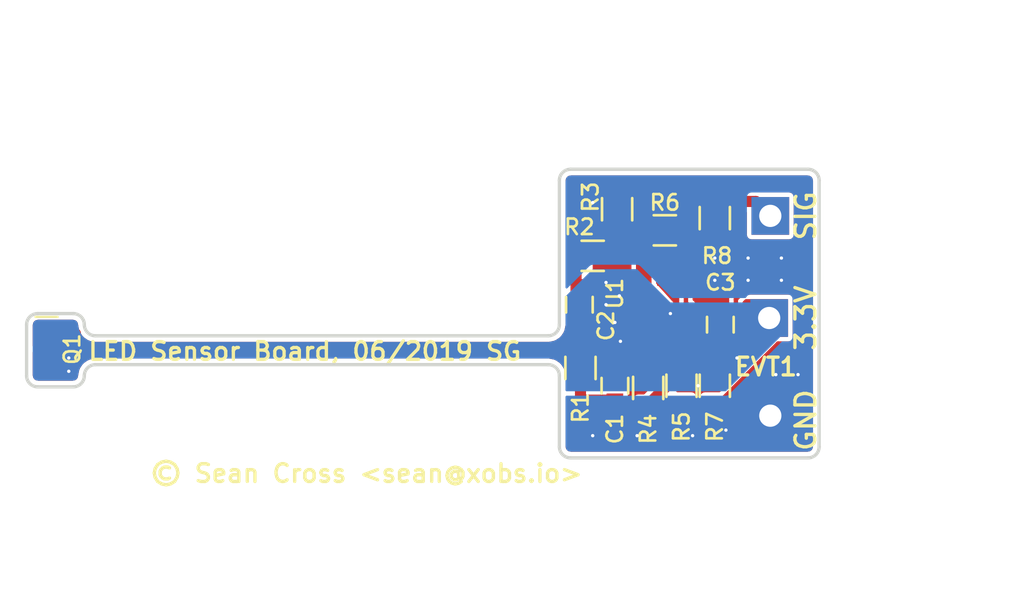
<source format=kicad_pcb>
(kicad_pcb (version 20171130) (host pcbnew "(5.0.1)-3")

  (general
    (thickness 0.1)
    (drawings 28)
    (tracks 107)
    (zones 0)
    (modules 16)
    (nets 8)
  )

  (page A4)
  (layers
    (0 F.Cu signal)
    (31 B.Cu signal)
    (32 B.Adhes user)
    (33 F.Adhes user)
    (34 B.Paste user)
    (35 F.Paste user)
    (36 B.SilkS user)
    (37 F.SilkS user)
    (38 B.Mask user)
    (39 F.Mask user)
    (40 Dwgs.User user)
    (41 Cmts.User user)
    (42 Eco1.User user)
    (43 Eco2.User user)
    (44 Edge.Cuts user)
    (45 Margin user)
    (46 B.CrtYd user)
    (47 F.CrtYd user)
    (48 B.Fab user)
    (49 F.Fab user)
  )

  (setup
    (last_trace_width 0.5)
    (user_trace_width 0.2)
    (user_trace_width 0.3)
    (user_trace_width 0.5)
    (user_trace_width 0.8)
    (user_trace_width 1)
    (trace_clearance 0.2)
    (zone_clearance 0.2)
    (zone_45_only yes)
    (trace_min 0.2)
    (segment_width 0.2)
    (edge_width 0.15)
    (via_size 0.8)
    (via_drill 0.4)
    (via_min_size 0.4)
    (via_min_drill 0.3)
    (uvia_size 0.3)
    (uvia_drill 0.1)
    (uvias_allowed no)
    (uvia_min_size 0.2)
    (uvia_min_drill 0.1)
    (pcb_text_width 0.3)
    (pcb_text_size 1.5 1.5)
    (mod_edge_width 0.15)
    (mod_text_size 0.7 0.7)
    (mod_text_width 0.12)
    (pad_size 1.524 1.524)
    (pad_drill 0.762)
    (pad_to_mask_clearance 0.051)
    (solder_mask_min_width 0.25)
    (aux_axis_origin 0 0)
    (visible_elements FFFFFF7F)
    (pcbplotparams
      (layerselection 0x010fc_ffffffff)
      (usegerberextensions false)
      (usegerberattributes false)
      (usegerberadvancedattributes false)
      (creategerberjobfile false)
      (excludeedgelayer true)
      (linewidth 0.100000)
      (plotframeref false)
      (viasonmask false)
      (mode 1)
      (useauxorigin false)
      (hpglpennumber 1)
      (hpglpenspeed 20)
      (hpglpendiameter 15.000000)
      (psnegative false)
      (psa4output false)
      (plotreference true)
      (plotvalue true)
      (plotinvisibletext false)
      (padsonsilk false)
      (subtractmaskfromsilk false)
      (outputformat 1)
      (mirror false)
      (drillshape 0)
      (scaleselection 1)
      (outputdirectory "fomu-test-jig-output-evt1a/"))
  )

  (net 0 "")
  (net 1 GND)
  (net 2 "Net-(C2-Pad1)")
  (net 3 "Net-(R4-Pad1)")
  (net 4 +3V3)
  (net 5 /LIGHT_RAW)
  (net 6 "Net-(J1-Pad1)")
  (net 7 /LIGHT_AMP)

  (net_class Default "This is the default net class."
    (clearance 0.2)
    (trace_width 0.25)
    (via_dia 0.8)
    (via_drill 0.4)
    (uvia_dia 0.3)
    (uvia_drill 0.1)
    (add_net +3V3)
    (add_net /LIGHT_AMP)
    (add_net /LIGHT_RAW)
    (add_net GND)
    (add_net "Net-(C2-Pad1)")
    (add_net "Net-(J1-Pad1)")
    (add_net "Net-(R4-Pad1)")
  )

  (module Pin_Headers:Pin_Header_Straight_1x01_Pitch2.54mm (layer F.Cu) (tedit 5CF5CBF5) (tstamp 5CF4E424)
    (at 138 96.6 90)
    (descr "Through hole straight pin header, 1x01, 2.54mm pitch, single row")
    (tags "Through hole pin header THT 1x01 2.54mm single row")
    (path /5CF539E5)
    (fp_text reference J1 (at -1.7 0 180) (layer F.SilkS) hide
      (effects (font (size 0.7 0.7) (thickness 0.12)))
    )
    (fp_text value LIGHT_PAD (at 0 6.5 180) (layer F.Fab)
      (effects (font (size 1 1) (thickness 0.15)))
    )
    (fp_text user %R (at 0 0 180) (layer F.Fab) hide
      (effects (font (size 1 1) (thickness 0.15)))
    )
    (fp_line (start 1.8 -1.8) (end -1.8 -1.8) (layer F.CrtYd) (width 0.05))
    (fp_line (start 1.8 1.8) (end 1.8 -1.8) (layer F.CrtYd) (width 0.05))
    (fp_line (start -1.8 1.8) (end 1.8 1.8) (layer F.CrtYd) (width 0.05))
    (fp_line (start -1.8 -1.8) (end -1.8 1.8) (layer F.CrtYd) (width 0.05))
    (fp_line (start -1.27 -0.635) (end -0.635 -1.27) (layer F.Fab) (width 0.1))
    (fp_line (start -1.27 1.27) (end -1.27 -0.635) (layer F.Fab) (width 0.1))
    (fp_line (start 1.27 1.27) (end -1.27 1.27) (layer F.Fab) (width 0.1))
    (fp_line (start 1.27 -1.27) (end 1.27 1.27) (layer F.Fab) (width 0.1))
    (fp_line (start -0.635 -1.27) (end 1.27 -1.27) (layer F.Fab) (width 0.1))
    (pad 1 thru_hole rect (at 0 0 90) (size 1.7 1.7) (drill 1) (layers *.Cu *.Mask)
      (net 6 "Net-(J1-Pad1)"))
  )

  (module Pin_Headers:Pin_Header_Straight_1x01_Pitch2.54mm (layer F.Cu) (tedit 5CF5CBF1) (tstamp 5CF4F29F)
    (at 138 105.6 90)
    (descr "Through hole straight pin header, 1x01, 2.54mm pitch, single row")
    (tags "Through hole pin header THT 1x01 2.54mm single row")
    (path /5CF63BBB)
    (fp_text reference J3 (at 0 -2.33 90) (layer F.SilkS) hide
      (effects (font (size 0.7 0.7) (thickness 0.12)))
    )
    (fp_text value GND (at -0.2 4.2 180) (layer F.Fab)
      (effects (font (size 1 1) (thickness 0.15)))
    )
    (fp_line (start -0.635 -1.27) (end 1.27 -1.27) (layer F.Fab) (width 0.1))
    (fp_line (start 1.27 -1.27) (end 1.27 1.27) (layer F.Fab) (width 0.1))
    (fp_line (start 1.27 1.27) (end -1.27 1.27) (layer F.Fab) (width 0.1))
    (fp_line (start -1.27 1.27) (end -1.27 -0.635) (layer F.Fab) (width 0.1))
    (fp_line (start -1.27 -0.635) (end -0.635 -1.27) (layer F.Fab) (width 0.1))
    (fp_line (start -1.8 -1.8) (end -1.8 1.8) (layer F.CrtYd) (width 0.05))
    (fp_line (start -1.8 1.8) (end 1.8 1.8) (layer F.CrtYd) (width 0.05))
    (fp_line (start 1.8 1.8) (end 1.8 -1.8) (layer F.CrtYd) (width 0.05))
    (fp_line (start 1.8 -1.8) (end -1.8 -1.8) (layer F.CrtYd) (width 0.05))
    (fp_text user %R (at 0 0 180) (layer F.Fab) hide
      (effects (font (size 1 1) (thickness 0.15)))
    )
    (pad 1 thru_hole rect (at 0 0 90) (size 1.7 1.7) (drill 1) (layers *.Cu *.Mask)
      (net 1 GND))
  )

  (module Pin_Headers:Pin_Header_Straight_1x01_Pitch2.54mm (layer F.Cu) (tedit 5CF5CBEC) (tstamp 5CF4F28A)
    (at 137.95 101.2 90)
    (descr "Through hole straight pin header, 1x01, 2.54mm pitch, single row")
    (tags "Through hole pin header THT 1x01 2.54mm single row")
    (path /5CF63CF6)
    (fp_text reference J2 (at 0 -2.33 90) (layer F.SilkS) hide
      (effects (font (size 0.7 0.7) (thickness 0.12)))
    )
    (fp_text value PWR (at -0.1 4.25 180) (layer F.Fab)
      (effects (font (size 1 1) (thickness 0.15)))
    )
    (fp_text user %R (at 0.1 7.15 180) (layer F.Fab) hide
      (effects (font (size 1 1) (thickness 0.15)))
    )
    (fp_line (start 1.8 -1.8) (end -1.8 -1.8) (layer F.CrtYd) (width 0.05))
    (fp_line (start 1.8 1.8) (end 1.8 -1.8) (layer F.CrtYd) (width 0.05))
    (fp_line (start -1.8 1.8) (end 1.8 1.8) (layer F.CrtYd) (width 0.05))
    (fp_line (start -1.8 -1.8) (end -1.8 1.8) (layer F.CrtYd) (width 0.05))
    (fp_line (start -1.27 -0.635) (end -0.635 -1.27) (layer F.Fab) (width 0.1))
    (fp_line (start -1.27 1.27) (end -1.27 -0.635) (layer F.Fab) (width 0.1))
    (fp_line (start 1.27 1.27) (end -1.27 1.27) (layer F.Fab) (width 0.1))
    (fp_line (start 1.27 -1.27) (end 1.27 1.27) (layer F.Fab) (width 0.1))
    (fp_line (start -0.635 -1.27) (end 1.27 -1.27) (layer F.Fab) (width 0.1))
    (pad 1 thru_hole rect (at 0 0 90) (size 1.7 1.7) (drill 1) (layers *.Cu *.Mask)
      (net 4 +3V3))
  )

  (module fomu-test-jig:FAN4174IS5X (layer F.Cu) (tedit 5CF4CC67) (tstamp 5CF4CD13)
    (at 133.25 99.25 180)
    (descr https://www.onsemi.com/pub/Collateral/FAN4274-D.PDF)
    (path /5CF502B3)
    (attr smd)
    (fp_text reference U1 (at 2.25 -0.85 90) (layer F.SilkS)
      (effects (font (size 0.7 0.7) (thickness 0.12)))
    )
    (fp_text value FAN4174IS5X (at -6.55 0.35 180) (layer F.Fab)
      (effects (font (size 1 1) (thickness 0.15)))
    )
    (fp_line (start -1.75 -3.5) (end 1.75 -3.5) (layer F.CrtYd) (width 0.05))
    (fp_line (start 1.75 -3.5) (end 1.75 1) (layer F.CrtYd) (width 0.05))
    (fp_line (start 1.75 1) (end -1.75 1) (layer F.CrtYd) (width 0.05))
    (fp_line (start -1.75 1) (end -1.75 -3.5) (layer F.CrtYd) (width 0.05))
    (pad 1 smd rect (at -0.95 0 180) (size 0.7 1) (layers F.Cu F.Paste F.Mask)
      (net 7 /LIGHT_AMP))
    (pad 2 smd rect (at 0 0 180) (size 0.7 1) (layers F.Cu F.Paste F.Mask)
      (net 1 GND))
    (pad 3 smd rect (at 0.95 0 180) (size 0.7 1) (layers F.Cu F.Paste F.Mask)
      (net 2 "Net-(C2-Pad1)"))
    (pad 4 smd rect (at 0.95 -2.6 180) (size 0.7 1) (layers F.Cu F.Paste F.Mask)
      (net 3 "Net-(R4-Pad1)"))
    (pad 5 smd rect (at -0.95 -2.6 180) (size 0.7 1) (layers F.Cu F.Paste F.Mask)
      (net 4 +3V3))
    (model ${KISYS3DMOD}/Package_TO_SOT_SMD.3dshapes/SOT-23-5.wrl
      (offset (xyz 0 1.3 0))
      (scale (xyz 1 1 1))
      (rotate (xyz 0 0 -90))
    )
  )

  (module Capacitors_SMD:C_0603 (layer F.Cu) (tedit 59958EE7) (tstamp 5CF4CDEE)
    (at 135.75 101.5 270)
    (descr "Capacitor SMD 0603, reflow soldering, AVX (see smccp.pdf)")
    (tags "capacitor 0603")
    (path /5CF51C70)
    (attr smd)
    (fp_text reference C3 (at -1.9 0) (layer F.SilkS)
      (effects (font (size 0.7 0.7) (thickness 0.12)))
    )
    (fp_text value "10uF, 10V, X5R" (at 1.7 -7.65) (layer F.Fab)
      (effects (font (size 1 1) (thickness 0.15)))
    )
    (fp_text user %R (at 0 0 270) (layer F.Fab)
      (effects (font (size 0.3 0.3) (thickness 0.075)))
    )
    (fp_line (start -0.8 0.4) (end -0.8 -0.4) (layer F.Fab) (width 0.1))
    (fp_line (start 0.8 0.4) (end -0.8 0.4) (layer F.Fab) (width 0.1))
    (fp_line (start 0.8 -0.4) (end 0.8 0.4) (layer F.Fab) (width 0.1))
    (fp_line (start -0.8 -0.4) (end 0.8 -0.4) (layer F.Fab) (width 0.1))
    (fp_line (start -0.35 -0.6) (end 0.35 -0.6) (layer F.SilkS) (width 0.12))
    (fp_line (start 0.35 0.6) (end -0.35 0.6) (layer F.SilkS) (width 0.12))
    (fp_line (start -1.4 -0.65) (end 1.4 -0.65) (layer F.CrtYd) (width 0.05))
    (fp_line (start -1.4 -0.65) (end -1.4 0.65) (layer F.CrtYd) (width 0.05))
    (fp_line (start 1.4 0.65) (end 1.4 -0.65) (layer F.CrtYd) (width 0.05))
    (fp_line (start 1.4 0.65) (end -1.4 0.65) (layer F.CrtYd) (width 0.05))
    (pad 1 smd rect (at -0.75 0 270) (size 0.8 0.75) (layers F.Cu F.Paste F.Mask)
      (net 1 GND))
    (pad 2 smd rect (at 0.75 0 270) (size 0.8 0.75) (layers F.Cu F.Paste F.Mask)
      (net 4 +3V3))
    (model Capacitors_SMD.3dshapes/C_0603.wrl
      (at (xyz 0 0 0))
      (scale (xyz 1 1 1))
      (rotate (xyz 0 0 0))
    )
  )

  (module Capacitors_SMD:C_0603 (layer F.Cu) (tedit 59958EE7) (tstamp 5CF4E9CA)
    (at 129.4 100.6 270)
    (descr "Capacitor SMD 0603, reflow soldering, AVX (see smccp.pdf)")
    (tags "capacitor 0603")
    (path /5CF4FE70)
    (attr smd)
    (fp_text reference C2 (at 0.95 -1.2 270) (layer F.SilkS)
      (effects (font (size 0.7 0.7) (thickness 0.12)))
    )
    (fp_text value "1uF, 16V, X7R" (at 0 6.8) (layer F.Fab)
      (effects (font (size 1 1) (thickness 0.15)))
    )
    (fp_line (start 1.4 0.65) (end -1.4 0.65) (layer F.CrtYd) (width 0.05))
    (fp_line (start 1.4 0.65) (end 1.4 -0.65) (layer F.CrtYd) (width 0.05))
    (fp_line (start -1.4 -0.65) (end -1.4 0.65) (layer F.CrtYd) (width 0.05))
    (fp_line (start -1.4 -0.65) (end 1.4 -0.65) (layer F.CrtYd) (width 0.05))
    (fp_line (start 0.35 0.6) (end -0.35 0.6) (layer F.SilkS) (width 0.12))
    (fp_line (start -0.35 -0.6) (end 0.35 -0.6) (layer F.SilkS) (width 0.12))
    (fp_line (start -0.8 -0.4) (end 0.8 -0.4) (layer F.Fab) (width 0.1))
    (fp_line (start 0.8 -0.4) (end 0.8 0.4) (layer F.Fab) (width 0.1))
    (fp_line (start 0.8 0.4) (end -0.8 0.4) (layer F.Fab) (width 0.1))
    (fp_line (start -0.8 0.4) (end -0.8 -0.4) (layer F.Fab) (width 0.1))
    (fp_text user %R (at 0 0 270) (layer F.Fab)
      (effects (font (size 0.3 0.3) (thickness 0.075)))
    )
    (pad 2 smd rect (at 0.75 0 270) (size 0.8 0.75) (layers F.Cu F.Paste F.Mask)
      (net 5 /LIGHT_RAW))
    (pad 1 smd rect (at -0.75 0 270) (size 0.8 0.75) (layers F.Cu F.Paste F.Mask)
      (net 2 "Net-(C2-Pad1)"))
    (model Capacitors_SMD.3dshapes/C_0603.wrl
      (at (xyz 0 0 0))
      (scale (xyz 1 1 1))
      (rotate (xyz 0 0 0))
    )
  )

  (module Capacitors_SMD:C_0603 (layer F.Cu) (tedit 59958EE7) (tstamp 5CF4CDCC)
    (at 131 104.25 270)
    (descr "Capacitor SMD 0603, reflow soldering, AVX (see smccp.pdf)")
    (tags "capacitor 0603")
    (path /5CF4FC6B)
    (attr smd)
    (fp_text reference C1 (at 1.95 0 90) (layer F.SilkS)
      (effects (font (size 0.7 0.7) (thickness 0.12)))
    )
    (fp_text value DNP (at 4.55 0 270) (layer F.Fab)
      (effects (font (size 1 1) (thickness 0.15)))
    )
    (fp_text user %R (at 0 0 270) (layer F.Fab)
      (effects (font (size 0.3 0.3) (thickness 0.075)))
    )
    (fp_line (start -0.8 0.4) (end -0.8 -0.4) (layer F.Fab) (width 0.1))
    (fp_line (start 0.8 0.4) (end -0.8 0.4) (layer F.Fab) (width 0.1))
    (fp_line (start 0.8 -0.4) (end 0.8 0.4) (layer F.Fab) (width 0.1))
    (fp_line (start -0.8 -0.4) (end 0.8 -0.4) (layer F.Fab) (width 0.1))
    (fp_line (start -0.35 -0.6) (end 0.35 -0.6) (layer F.SilkS) (width 0.12))
    (fp_line (start 0.35 0.6) (end -0.35 0.6) (layer F.SilkS) (width 0.12))
    (fp_line (start -1.4 -0.65) (end 1.4 -0.65) (layer F.CrtYd) (width 0.05))
    (fp_line (start -1.4 -0.65) (end -1.4 0.65) (layer F.CrtYd) (width 0.05))
    (fp_line (start 1.4 0.65) (end 1.4 -0.65) (layer F.CrtYd) (width 0.05))
    (fp_line (start 1.4 0.65) (end -1.4 0.65) (layer F.CrtYd) (width 0.05))
    (pad 1 smd rect (at -0.75 0 270) (size 0.8 0.75) (layers F.Cu F.Paste F.Mask)
      (net 5 /LIGHT_RAW))
    (pad 2 smd rect (at 0.75 0 270) (size 0.8 0.75) (layers F.Cu F.Paste F.Mask)
      (net 1 GND))
    (model Capacitors_SMD.3dshapes/C_0603.wrl
      (at (xyz 0 0 0))
      (scale (xyz 1 1 1))
      (rotate (xyz 0 0 0))
    )
  )

  (module Resistors_SMD:R_0603 (layer F.Cu) (tedit 58E0A804) (tstamp 5CF4CDA6)
    (at 135.5 96.7 90)
    (descr "Resistor SMD 0603, reflow soldering, Vishay (see dcrcw.pdf)")
    (tags "resistor 0603")
    (path /5CF560E4)
    (attr smd)
    (fp_text reference R8 (at -1.7 0.1 180) (layer F.SilkS)
      (effects (font (size 0.7 0.7) (thickness 0.12)))
    )
    (fp_text value "22, 1%" (at 5.2 0 90) (layer F.Fab)
      (effects (font (size 1 1) (thickness 0.15)))
    )
    (fp_text user %R (at 0 0 90) (layer F.Fab)
      (effects (font (size 0.4 0.4) (thickness 0.075)))
    )
    (fp_line (start -0.8 0.4) (end -0.8 -0.4) (layer F.Fab) (width 0.1))
    (fp_line (start 0.8 0.4) (end -0.8 0.4) (layer F.Fab) (width 0.1))
    (fp_line (start 0.8 -0.4) (end 0.8 0.4) (layer F.Fab) (width 0.1))
    (fp_line (start -0.8 -0.4) (end 0.8 -0.4) (layer F.Fab) (width 0.1))
    (fp_line (start 0.5 0.68) (end -0.5 0.68) (layer F.SilkS) (width 0.12))
    (fp_line (start -0.5 -0.68) (end 0.5 -0.68) (layer F.SilkS) (width 0.12))
    (fp_line (start -1.25 -0.7) (end 1.25 -0.7) (layer F.CrtYd) (width 0.05))
    (fp_line (start -1.25 -0.7) (end -1.25 0.7) (layer F.CrtYd) (width 0.05))
    (fp_line (start 1.25 0.7) (end 1.25 -0.7) (layer F.CrtYd) (width 0.05))
    (fp_line (start 1.25 0.7) (end -1.25 0.7) (layer F.CrtYd) (width 0.05))
    (pad 1 smd rect (at -0.75 0 90) (size 0.5 0.9) (layers F.Cu F.Paste F.Mask)
      (net 7 /LIGHT_AMP))
    (pad 2 smd rect (at 0.75 0 90) (size 0.5 0.9) (layers F.Cu F.Paste F.Mask)
      (net 6 "Net-(J1-Pad1)"))
    (model ${KISYS3DMOD}/Resistors_SMD.3dshapes/R_0603.wrl
      (at (xyz 0 0 0))
      (scale (xyz 1 1 1))
      (rotate (xyz 0 0 0))
    )
  )

  (module Resistors_SMD:R_0603 (layer F.Cu) (tedit 58E0A804) (tstamp 5CF4CD95)
    (at 135.5 104.25 270)
    (descr "Resistor SMD 0603, reflow soldering, Vishay (see dcrcw.pdf)")
    (tags "resistor 0603")
    (path /5CF54370)
    (attr smd)
    (fp_text reference R7 (at 1.85 0 90) (layer F.SilkS)
      (effects (font (size 0.7 0.7) (thickness 0.12)))
    )
    (fp_text value DNP (at 4.75 0 270) (layer F.Fab)
      (effects (font (size 1 1) (thickness 0.15)))
    )
    (fp_line (start 1.25 0.7) (end -1.25 0.7) (layer F.CrtYd) (width 0.05))
    (fp_line (start 1.25 0.7) (end 1.25 -0.7) (layer F.CrtYd) (width 0.05))
    (fp_line (start -1.25 -0.7) (end -1.25 0.7) (layer F.CrtYd) (width 0.05))
    (fp_line (start -1.25 -0.7) (end 1.25 -0.7) (layer F.CrtYd) (width 0.05))
    (fp_line (start -0.5 -0.68) (end 0.5 -0.68) (layer F.SilkS) (width 0.12))
    (fp_line (start 0.5 0.68) (end -0.5 0.68) (layer F.SilkS) (width 0.12))
    (fp_line (start -0.8 -0.4) (end 0.8 -0.4) (layer F.Fab) (width 0.1))
    (fp_line (start 0.8 -0.4) (end 0.8 0.4) (layer F.Fab) (width 0.1))
    (fp_line (start 0.8 0.4) (end -0.8 0.4) (layer F.Fab) (width 0.1))
    (fp_line (start -0.8 0.4) (end -0.8 -0.4) (layer F.Fab) (width 0.1))
    (fp_text user %R (at 0 0 270) (layer F.Fab)
      (effects (font (size 0.4 0.4) (thickness 0.075)))
    )
    (pad 2 smd rect (at 0.75 0 270) (size 0.5 0.9) (layers F.Cu F.Paste F.Mask)
      (net 7 /LIGHT_AMP))
    (pad 1 smd rect (at -0.75 0 270) (size 0.5 0.9) (layers F.Cu F.Paste F.Mask)
      (net 3 "Net-(R4-Pad1)"))
    (model ${KISYS3DMOD}/Resistors_SMD.3dshapes/R_0603.wrl
      (at (xyz 0 0 0))
      (scale (xyz 1 1 1))
      (rotate (xyz 0 0 0))
    )
  )

  (module Resistors_SMD:R_0603 (layer F.Cu) (tedit 58E0A804) (tstamp 5CF4D571)
    (at 133.25 97.25)
    (descr "Resistor SMD 0603, reflow soldering, Vishay (see dcrcw.pdf)")
    (tags "resistor 0603")
    (path /5CF57A63)
    (attr smd)
    (fp_text reference R6 (at 0 -1.25 180) (layer F.SilkS)
      (effects (font (size 0.7 0.7) (thickness 0.12)))
    )
    (fp_text value DNP (at 0.15 -1.25) (layer F.Fab)
      (effects (font (size 1 1) (thickness 0.15)))
    )
    (fp_text user %R (at 0 0) (layer F.Fab)
      (effects (font (size 0.4 0.4) (thickness 0.075)))
    )
    (fp_line (start -0.8 0.4) (end -0.8 -0.4) (layer F.Fab) (width 0.1))
    (fp_line (start 0.8 0.4) (end -0.8 0.4) (layer F.Fab) (width 0.1))
    (fp_line (start 0.8 -0.4) (end 0.8 0.4) (layer F.Fab) (width 0.1))
    (fp_line (start -0.8 -0.4) (end 0.8 -0.4) (layer F.Fab) (width 0.1))
    (fp_line (start 0.5 0.68) (end -0.5 0.68) (layer F.SilkS) (width 0.12))
    (fp_line (start -0.5 -0.68) (end 0.5 -0.68) (layer F.SilkS) (width 0.12))
    (fp_line (start -1.25 -0.7) (end 1.25 -0.7) (layer F.CrtYd) (width 0.05))
    (fp_line (start -1.25 -0.7) (end -1.25 0.7) (layer F.CrtYd) (width 0.05))
    (fp_line (start 1.25 0.7) (end 1.25 -0.7) (layer F.CrtYd) (width 0.05))
    (fp_line (start 1.25 0.7) (end -1.25 0.7) (layer F.CrtYd) (width 0.05))
    (pad 1 smd rect (at -0.75 0) (size 0.5 0.9) (layers F.Cu F.Paste F.Mask)
      (net 2 "Net-(C2-Pad1)"))
    (pad 2 smd rect (at 0.75 0) (size 0.5 0.9) (layers F.Cu F.Paste F.Mask)
      (net 7 /LIGHT_AMP))
    (model ${KISYS3DMOD}/Resistors_SMD.3dshapes/R_0603.wrl
      (at (xyz 0 0 0))
      (scale (xyz 1 1 1))
      (rotate (xyz 0 0 0))
    )
  )

  (module Resistors_SMD:R_0603 (layer F.Cu) (tedit 58E0A804) (tstamp 5CF4CD73)
    (at 134 104.25 90)
    (descr "Resistor SMD 0603, reflow soldering, Vishay (see dcrcw.pdf)")
    (tags "resistor 0603")
    (path /5CF505F4)
    (attr smd)
    (fp_text reference R5 (at -1.85 0 270) (layer F.SilkS)
      (effects (font (size 0.7 0.7) (thickness 0.12)))
    )
    (fp_text value "22k, 1%" (at -4.75 0 90) (layer F.Fab)
      (effects (font (size 1 1) (thickness 0.15)))
    )
    (fp_line (start 1.25 0.7) (end -1.25 0.7) (layer F.CrtYd) (width 0.05))
    (fp_line (start 1.25 0.7) (end 1.25 -0.7) (layer F.CrtYd) (width 0.05))
    (fp_line (start -1.25 -0.7) (end -1.25 0.7) (layer F.CrtYd) (width 0.05))
    (fp_line (start -1.25 -0.7) (end 1.25 -0.7) (layer F.CrtYd) (width 0.05))
    (fp_line (start -0.5 -0.68) (end 0.5 -0.68) (layer F.SilkS) (width 0.12))
    (fp_line (start 0.5 0.68) (end -0.5 0.68) (layer F.SilkS) (width 0.12))
    (fp_line (start -0.8 -0.4) (end 0.8 -0.4) (layer F.Fab) (width 0.1))
    (fp_line (start 0.8 -0.4) (end 0.8 0.4) (layer F.Fab) (width 0.1))
    (fp_line (start 0.8 0.4) (end -0.8 0.4) (layer F.Fab) (width 0.1))
    (fp_line (start -0.8 0.4) (end -0.8 -0.4) (layer F.Fab) (width 0.1))
    (fp_text user %R (at 0 0 90) (layer F.Fab)
      (effects (font (size 0.4 0.4) (thickness 0.075)))
    )
    (pad 2 smd rect (at 0.75 0 90) (size 0.5 0.9) (layers F.Cu F.Paste F.Mask)
      (net 3 "Net-(R4-Pad1)"))
    (pad 1 smd rect (at -0.75 0 90) (size 0.5 0.9) (layers F.Cu F.Paste F.Mask)
      (net 1 GND))
    (model ${KISYS3DMOD}/Resistors_SMD.3dshapes/R_0603.wrl
      (at (xyz 0 0 0))
      (scale (xyz 1 1 1))
      (rotate (xyz 0 0 0))
    )
  )

  (module Resistors_SMD:R_0603 (layer F.Cu) (tedit 58E0A804) (tstamp 5CF4CD62)
    (at 132.5 104.35 90)
    (descr "Resistor SMD 0603, reflow soldering, Vishay (see dcrcw.pdf)")
    (tags "resistor 0603")
    (path /5CF505B4)
    (attr smd)
    (fp_text reference R4 (at -1.85 0 270) (layer F.SilkS)
      (effects (font (size 0.7 0.7) (thickness 0.12)))
    )
    (fp_text value "22k, 1%" (at -4.55 0 90) (layer F.Fab)
      (effects (font (size 1 1) (thickness 0.15)))
    )
    (fp_text user %R (at 0 0 90) (layer F.Fab)
      (effects (font (size 0.4 0.4) (thickness 0.075)))
    )
    (fp_line (start -0.8 0.4) (end -0.8 -0.4) (layer F.Fab) (width 0.1))
    (fp_line (start 0.8 0.4) (end -0.8 0.4) (layer F.Fab) (width 0.1))
    (fp_line (start 0.8 -0.4) (end 0.8 0.4) (layer F.Fab) (width 0.1))
    (fp_line (start -0.8 -0.4) (end 0.8 -0.4) (layer F.Fab) (width 0.1))
    (fp_line (start 0.5 0.68) (end -0.5 0.68) (layer F.SilkS) (width 0.12))
    (fp_line (start -0.5 -0.68) (end 0.5 -0.68) (layer F.SilkS) (width 0.12))
    (fp_line (start -1.25 -0.7) (end 1.25 -0.7) (layer F.CrtYd) (width 0.05))
    (fp_line (start -1.25 -0.7) (end -1.25 0.7) (layer F.CrtYd) (width 0.05))
    (fp_line (start 1.25 0.7) (end 1.25 -0.7) (layer F.CrtYd) (width 0.05))
    (fp_line (start 1.25 0.7) (end -1.25 0.7) (layer F.CrtYd) (width 0.05))
    (pad 1 smd rect (at -0.75 0 90) (size 0.5 0.9) (layers F.Cu F.Paste F.Mask)
      (net 3 "Net-(R4-Pad1)"))
    (pad 2 smd rect (at 0.75 0 90) (size 0.5 0.9) (layers F.Cu F.Paste F.Mask)
      (net 4 +3V3))
    (model ${KISYS3DMOD}/Resistors_SMD.3dshapes/R_0603.wrl
      (at (xyz 0 0 0))
      (scale (xyz 1 1 1))
      (rotate (xyz 0 0 0))
    )
  )

  (module Resistors_SMD:R_0603 (layer F.Cu) (tedit 58E0A804) (tstamp 5CF4F9E7)
    (at 131.1 96.3 270)
    (descr "Resistor SMD 0603, reflow soldering, Vishay (see dcrcw.pdf)")
    (tags "resistor 0603")
    (path /5CF5A744)
    (attr smd)
    (fp_text reference R3 (at -0.55 1.2 90) (layer F.SilkS)
      (effects (font (size 0.7 0.7) (thickness 0.12)))
    )
    (fp_text value "100k, 1%" (at -5.8 0.2 90) (layer F.Fab)
      (effects (font (size 1 1) (thickness 0.15)))
    )
    (fp_line (start 1.25 0.7) (end -1.25 0.7) (layer F.CrtYd) (width 0.05))
    (fp_line (start 1.25 0.7) (end 1.25 -0.7) (layer F.CrtYd) (width 0.05))
    (fp_line (start -1.25 -0.7) (end -1.25 0.7) (layer F.CrtYd) (width 0.05))
    (fp_line (start -1.25 -0.7) (end 1.25 -0.7) (layer F.CrtYd) (width 0.05))
    (fp_line (start -0.5 -0.68) (end 0.5 -0.68) (layer F.SilkS) (width 0.12))
    (fp_line (start 0.5 0.68) (end -0.5 0.68) (layer F.SilkS) (width 0.12))
    (fp_line (start -0.8 -0.4) (end 0.8 -0.4) (layer F.Fab) (width 0.1))
    (fp_line (start 0.8 -0.4) (end 0.8 0.4) (layer F.Fab) (width 0.1))
    (fp_line (start 0.8 0.4) (end -0.8 0.4) (layer F.Fab) (width 0.1))
    (fp_line (start -0.8 0.4) (end -0.8 -0.4) (layer F.Fab) (width 0.1))
    (fp_text user %R (at 0 0 270) (layer F.Fab)
      (effects (font (size 0.4 0.4) (thickness 0.075)))
    )
    (pad 2 smd rect (at 0.75 0 270) (size 0.5 0.9) (layers F.Cu F.Paste F.Mask)
      (net 2 "Net-(C2-Pad1)"))
    (pad 1 smd rect (at -0.75 0 270) (size 0.5 0.9) (layers F.Cu F.Paste F.Mask)
      (net 1 GND))
    (model ${KISYS3DMOD}/Resistors_SMD.3dshapes/R_0603.wrl
      (at (xyz 0 0 0))
      (scale (xyz 1 1 1))
      (rotate (xyz 0 0 0))
    )
  )

  (module Resistors_SMD:R_0603 (layer F.Cu) (tedit 58E0A804) (tstamp 5CF4DB24)
    (at 130 98.4)
    (descr "Resistor SMD 0603, reflow soldering, Vishay (see dcrcw.pdf)")
    (tags "resistor 0603")
    (path /5CF5C902)
    (attr smd)
    (fp_text reference R2 (at -0.6 -1.3 180) (layer F.SilkS)
      (effects (font (size 0.7 0.7) (thickness 0.12)))
    )
    (fp_text value "100k, 1%" (at -5.2 0.1) (layer F.Fab)
      (effects (font (size 1 1) (thickness 0.15)))
    )
    (fp_text user %R (at 0 0) (layer F.Fab)
      (effects (font (size 0.4 0.4) (thickness 0.075)))
    )
    (fp_line (start -0.8 0.4) (end -0.8 -0.4) (layer F.Fab) (width 0.1))
    (fp_line (start 0.8 0.4) (end -0.8 0.4) (layer F.Fab) (width 0.1))
    (fp_line (start 0.8 -0.4) (end 0.8 0.4) (layer F.Fab) (width 0.1))
    (fp_line (start -0.8 -0.4) (end 0.8 -0.4) (layer F.Fab) (width 0.1))
    (fp_line (start 0.5 0.68) (end -0.5 0.68) (layer F.SilkS) (width 0.12))
    (fp_line (start -0.5 -0.68) (end 0.5 -0.68) (layer F.SilkS) (width 0.12))
    (fp_line (start -1.25 -0.7) (end 1.25 -0.7) (layer F.CrtYd) (width 0.05))
    (fp_line (start -1.25 -0.7) (end -1.25 0.7) (layer F.CrtYd) (width 0.05))
    (fp_line (start 1.25 0.7) (end 1.25 -0.7) (layer F.CrtYd) (width 0.05))
    (fp_line (start 1.25 0.7) (end -1.25 0.7) (layer F.CrtYd) (width 0.05))
    (pad 1 smd rect (at -0.75 0) (size 0.5 0.9) (layers F.Cu F.Paste F.Mask)
      (net 2 "Net-(C2-Pad1)"))
    (pad 2 smd rect (at 0.75 0) (size 0.5 0.9) (layers F.Cu F.Paste F.Mask)
      (net 4 +3V3))
    (model ${KISYS3DMOD}/Resistors_SMD.3dshapes/R_0603.wrl
      (at (xyz 0 0 0))
      (scale (xyz 1 1 1))
      (rotate (xyz 0 0 0))
    )
  )

  (module Resistors_SMD:R_0603 (layer F.Cu) (tedit 5CF4DF73) (tstamp 5CF4CD2F)
    (at 129.45 103.45 90)
    (descr "Resistor SMD 0603, reflow soldering, Vishay (see dcrcw.pdf)")
    (tags "resistor 0603")
    (path /5CF4FB80)
    (attr smd)
    (fp_text reference R1 (at -1.8 0 270) (layer F.SilkS)
      (effects (font (size 0.7 0.7) (thickness 0.12)))
    )
    (fp_text value "22k, 1%" (at -6.85 0.05 90) (layer F.Fab)
      (effects (font (size 1 1) (thickness 0.15)))
    )
    (fp_line (start 1.25 0.7) (end -1.25 0.7) (layer F.CrtYd) (width 0.05))
    (fp_line (start 1.25 0.7) (end 1.25 -0.7) (layer F.CrtYd) (width 0.05))
    (fp_line (start -1.25 -0.7) (end -1.25 0.7) (layer F.CrtYd) (width 0.05))
    (fp_line (start -1.25 -0.7) (end 1.25 -0.7) (layer F.CrtYd) (width 0.05))
    (fp_line (start -0.5 -0.68) (end 0.5 -0.68) (layer F.SilkS) (width 0.12))
    (fp_line (start 0.5 0.68) (end -0.5 0.68) (layer F.SilkS) (width 0.12))
    (fp_line (start -0.8 -0.4) (end 0.8 -0.4) (layer F.Fab) (width 0.1))
    (fp_line (start 0.8 -0.4) (end 0.8 0.4) (layer F.Fab) (width 0.1))
    (fp_line (start 0.8 0.4) (end -0.8 0.4) (layer F.Fab) (width 0.1))
    (fp_line (start -0.8 0.4) (end -0.8 -0.4) (layer F.Fab) (width 0.1))
    (fp_text user %R (at 0 0 90) (layer F.Fab)
      (effects (font (size 0.4 0.4) (thickness 0.075)))
    )
    (pad 2 smd rect (at 0.75 0 90) (size 0.5 0.9) (layers F.Cu F.Paste F.Mask)
      (net 5 /LIGHT_RAW))
    (pad 1 smd rect (at -0.75 0 90) (size 0.5 0.9) (layers F.Cu F.Paste F.Mask)
      (net 1 GND))
    (model ${KISYS3DMOD}/Resistors_SMD.3dshapes/R_0603.wrl
      (at (xyz 0 0 0))
      (scale (xyz 1 1 1))
      (rotate (xyz 0 0 0))
    )
  )

  (module fomu-test-jig:ALS-PT19-315C (layer F.Cu) (tedit 5CF4BED6) (tstamp 5CF4CD1E)
    (at 105.4 102.65 90)
    (descr https://datasheet.lcsc.com/szlcsc/Everlight-Elec-ALS-PT19-315C-L177-TR8_C146233.pdf)
    (path /5CF4FAB1)
    (attr smd)
    (fp_text reference Q1 (at 0.05 1.15 270) (layer F.SilkS)
      (effects (font (size 0.7 0.7) (thickness 0.12)))
    )
    (fp_text value ALS-PT19-315C (at 0.025 -1.25 90) (layer F.Fab)
      (effects (font (size 1 1) (thickness 0.15)))
    )
    (fp_line (start -1.25 -0.5) (end 1.25 -0.5) (layer F.CrtYd) (width 0.05))
    (fp_line (start 1.25 -0.5) (end 1.25 0.5) (layer F.CrtYd) (width 0.05))
    (fp_line (start 1.25 0.5) (end -1.25 0.5) (layer F.CrtYd) (width 0.05))
    (fp_line (start -1.25 0.5) (end -1.25 -0.5) (layer F.CrtYd) (width 0.05))
    (fp_line (start 1.5 -0.5) (end 1.5 0.5) (layer F.SilkS) (width 0.1))
    (pad 1 smd rect (at -0.75 0 90) (size 0.8 0.8) (layers F.Cu F.Paste F.Mask)
      (net 4 +3V3))
    (pad 2 smd rect (at 0.75 0 90) (size 0.8 0.8) (layers F.Cu F.Paste F.Mask)
      (net 5 /LIGHT_RAW))
    (model ${KISYS3DMOD}/Opto-Devices.3dshapes/AmbientLightSensor_AMS_TSL2550_SMD.step
      (at (xyz 0 0 0))
      (scale (xyz 0.4 0.3 0.5))
      (rotate (xyz 0 0 0))
    )
  )

  (gr_text EVT1 (at 137.8 103.4) (layer F.SilkS)
    (effects (font (size 0.8 0.8) (thickness 0.15)))
  )
  (gr_line (start 106.6 101) (end 105 101) (layer Edge.Cuts) (width 0.15))
  (gr_arc (start 107.6 101.5) (end 107.1 101.5) (angle -90) (layer Edge.Cuts) (width 0.15) (tstamp 5CF5C9FB))
  (gr_arc (start 106.6 101.5) (end 107.1 101.5) (angle -90) (layer Edge.Cuts) (width 0.15) (tstamp 5CF5C9F3))
  (gr_line (start 106.6 104.3) (end 105 104.3) (layer Edge.Cuts) (width 0.15))
  (gr_arc (start 106.6 103.8) (end 106.6 104.3) (angle -90) (layer Edge.Cuts) (width 0.15) (tstamp 5CF5C9D2))
  (gr_arc (start 107.6 103.8) (end 107.6 103.3) (angle -90) (layer Edge.Cuts) (width 0.15) (tstamp 5CF5C9C1))
  (gr_arc (start 139.7 95) (end 140.2 95) (angle -90) (layer Edge.Cuts) (width 0.15) (tstamp 5CF5C9A2))
  (gr_arc (start 128 103.8) (end 128.5 103.8) (angle -90) (layer Edge.Cuts) (width 0.15) (tstamp 5CF5C987))
  (gr_arc (start 129 95) (end 129 94.5) (angle -90) (layer Edge.Cuts) (width 0.15) (tstamp 5CF5C977))
  (gr_arc (start 129 107) (end 128.5 107) (angle -90) (layer Edge.Cuts) (width 0.15) (tstamp 5CF5C960))
  (gr_arc (start 128 101.5) (end 128 102) (angle -90) (layer Edge.Cuts) (width 0.15) (tstamp 5CF5C94A))
  (gr_arc (start 139.7 107) (end 139.7 107.5) (angle -90) (layer Edge.Cuts) (width 0.15) (tstamp 5CF5C911))
  (gr_arc (start 105 101.5) (end 105 101) (angle -90) (layer Edge.Cuts) (width 0.15) (tstamp 5CF5C8E8))
  (gr_arc (start 105 103.8) (end 104.5 103.8) (angle -90) (layer Edge.Cuts) (width 0.15))
  (gr_text "© Sean Cross <sean@xobs.io>" (at 110 108.2) (layer F.SilkS) (tstamp 5CF506A1)
    (effects (font (size 0.8 0.8) (thickness 0.15)) (justify left))
  )
  (gr_text "LED Sensor Board, 06/2019 SG" (at 107.2 102.7) (layer F.SilkS)
    (effects (font (size 0.8 0.8) (thickness 0.15)) (justify left))
  )
  (gr_text GND (at 139.6 105.8 90) (layer F.SilkS) (tstamp 5CF4FB59)
    (effects (font (size 0.9 0.9) (thickness 0.15)))
  )
  (gr_text 3.3V (at 139.6 101.2 90) (layer F.SilkS) (tstamp 5CF4FB56)
    (effects (font (size 0.9 0.9) (thickness 0.15)))
  )
  (gr_text SIG (at 139.6 96.6 90) (layer F.SilkS)
    (effects (font (size 0.9 0.9) (thickness 0.15)))
  )
  (gr_line (start 128 102) (end 107.6 102) (layer Edge.Cuts) (width 0.15))
  (gr_line (start 128.5 95) (end 128.5 101.5) (layer Edge.Cuts) (width 0.15))
  (gr_line (start 139.7 94.5) (end 129 94.5) (layer Edge.Cuts) (width 0.15))
  (gr_line (start 140.2 107) (end 140.2 95) (layer Edge.Cuts) (width 0.15) (tstamp 5CF4F3DE))
  (gr_line (start 129 107.5) (end 139.7 107.5) (layer Edge.Cuts) (width 0.15))
  (gr_line (start 128.5 103.8) (end 128.5 107) (layer Edge.Cuts) (width 0.15))
  (gr_line (start 107.6 103.3) (end 128 103.3) (layer Edge.Cuts) (width 0.15))
  (gr_line (start 104.5 101.5) (end 104.5 103.8) (layer Edge.Cuts) (width 0.15) (tstamp 5CF5068B))

  (segment (start 132.5 95.55) (end 133.25 96.3) (width 0.3) (layer F.Cu) (net 1))
  (segment (start 131.1 95.55) (end 132.5 95.55) (width 0.3) (layer F.Cu) (net 1) (status 10))
  (segment (start 133.25 99.25) (end 133.25 96.489998) (width 0.5) (layer F.Cu) (net 1) (status 10))
  (segment (start 133.25 98.25) (end 133.25 99.25) (width 0.5) (layer F.Cu) (net 1) (status 20))
  (segment (start 133.25 96.489998) (end 133.25 98.25) (width 0.5) (layer F.Cu) (net 1))
  (segment (start 132.310002 95.55) (end 133.25 96.489998) (width 0.5) (layer F.Cu) (net 1))
  (segment (start 131.1 95.55) (end 132.310002 95.55) (width 0.5) (layer F.Cu) (net 1) (status 10))
  (via (at 130 96) (size 0.35) (drill 0.15) (layers F.Cu B.Cu) (net 1))
  (via (at 135.5 98.5) (size 0.35) (drill 0.15) (layers F.Cu B.Cu) (net 1) (tstamp 5CF50254))
  (via (at 137 99.5) (size 0.35) (drill 0.15) (layers F.Cu B.Cu) (net 1) (tstamp 5CF50256))
  (via (at 135.5 99.5) (size 0.35) (drill 0.15) (layers F.Cu B.Cu) (net 1) (tstamp 5CF50258))
  (via (at 130 106.5) (size 0.35) (drill 0.15) (layers F.Cu B.Cu) (net 1) (tstamp 5CF5025A))
  (via (at 132 106.5) (size 0.35) (drill 0.15) (layers F.Cu B.Cu) (net 1) (tstamp 5CF5025C))
  (via (at 134.5 106.5) (size 0.35) (drill 0.15) (layers F.Cu B.Cu) (net 1) (tstamp 5CF5025E))
  (via (at 138.5 99.5) (size 0.35) (drill 0.15) (layers F.Cu B.Cu) (net 1) (tstamp 5CF50285))
  (via (at 137 98.5) (size 0.35) (drill 0.15) (layers F.Cu B.Cu) (net 1) (tstamp 5CF502E1))
  (via (at 138.5 98.5) (size 0.35) (drill 0.15) (layers F.Cu B.Cu) (net 1) (tstamp 5CF502E3))
  (via (at 139.25 103.75) (size 0.35) (drill 0.15) (layers F.Cu B.Cu) (net 1) (tstamp 5CF50338))
  (via (at 138.25 103.75) (size 0.35) (drill 0.15) (layers F.Cu B.Cu) (net 1) (tstamp 5CF5033A))
  (via (at 136 106.25) (size 0.35) (drill 0.15) (layers F.Cu B.Cu) (net 1) (tstamp 5CF5033C))
  (segment (start 134 105.55) (end 133.849999 105.700001) (width 0.3) (layer F.Cu) (net 1))
  (segment (start 133.849999 105.700001) (end 131.675 105.7) (width 0.3) (layer F.Cu) (net 1))
  (segment (start 134 105) (end 134 105.55) (width 0.3) (layer F.Cu) (net 1) (status 10))
  (segment (start 131 105.025) (end 131 105) (width 0.3) (layer F.Cu) (net 1) (status 30))
  (segment (start 130.8 104.8) (end 131 105) (width 0.3) (layer F.Cu) (net 1) (status 30))
  (segment (start 129.45 104.8) (end 130.8 104.8) (width 0.3) (layer F.Cu) (net 1) (status 30))
  (segment (start 131.675 105.7) (end 131 105.025) (width 0.3) (layer F.Cu) (net 1) (status 20))
  (segment (start 130.125 105) (end 131 105) (width 0.5) (layer F.Cu) (net 1))
  (segment (start 129.5 105) (end 130.125 105) (width 0.5) (layer F.Cu) (net 1))
  (segment (start 129.45 104.95) (end 129.5 105) (width 0.5) (layer F.Cu) (net 1))
  (segment (start 129.45 104.2) (end 129.45 104.95) (width 0.5) (layer F.Cu) (net 1))
  (via (at 130.6 99.6) (size 0.35) (drill 0.15) (layers F.Cu B.Cu) (net 4) (tstamp 5CF50204))
  (segment (start 129.25 99.95) (end 129.4 100.1) (width 0.5) (layer F.Cu) (net 2) (status 30))
  (segment (start 129.25 98.5) (end 129.25 99.95) (width 0.5) (layer F.Cu) (net 2) (status 30))
  (segment (start 130.7 97.05) (end 131.1 97.05) (width 0.5) (layer F.Cu) (net 2))
  (segment (start 129.25 98.5) (end 130.7 97.05) (width 0.5) (layer F.Cu) (net 2))
  (segment (start 132.3 97.05) (end 132.5 97.25) (width 0.5) (layer F.Cu) (net 2))
  (segment (start 132.3 98.25) (end 131.1 97.05) (width 0.5) (layer F.Cu) (net 2))
  (segment (start 132.3 99.25) (end 132.3 98.25) (width 0.5) (layer F.Cu) (net 2))
  (segment (start 132.5 98.4) (end 132.3 98.6) (width 0.5) (layer F.Cu) (net 2))
  (segment (start 132.3 98.6) (end 132.3 99.25) (width 0.5) (layer F.Cu) (net 2))
  (segment (start 132.5 97.75) (end 131.8 97.05) (width 0.5) (layer F.Cu) (net 2))
  (segment (start 132.5 97.8) (end 132.5 97.75) (width 0.5) (layer F.Cu) (net 2))
  (segment (start 131.8 97.05) (end 132.3 97.05) (width 0.5) (layer F.Cu) (net 2))
  (segment (start 131.1 97.05) (end 131.8 97.05) (width 0.5) (layer F.Cu) (net 2))
  (segment (start 132.5 97.8) (end 132.5 98.4) (width 0.5) (layer F.Cu) (net 2))
  (segment (start 132.5 97.25) (end 132.5 97.8) (width 0.5) (layer F.Cu) (net 2))
  (segment (start 135.5 103.5) (end 134 103.5) (width 0.5) (layer F.Cu) (net 3) (status 30))
  (segment (start 132.35 101.85) (end 134 103.5) (width 0.5) (layer F.Cu) (net 3))
  (segment (start 132.3 101.85) (end 132.35 101.85) (width 0.5) (layer F.Cu) (net 3))
  (segment (start 134 103.6) (end 132.5 105.1) (width 0.5) (layer F.Cu) (net 3))
  (segment (start 134 103.5) (end 134 103.6) (width 0.5) (layer F.Cu) (net 3))
  (segment (start 134.875 102.25) (end 134.5 101.875) (width 0.5) (layer F.Cu) (net 4) (status 20))
  (segment (start 135.75 102.25) (end 134.875 102.25) (width 0.5) (layer F.Cu) (net 4) (status 10))
  (segment (start 134.225 101.875) (end 134.2 101.85) (width 0.5) (layer F.Cu) (net 4) (status 30))
  (segment (start 134.5 101.875) (end 134.225 101.875) (width 0.5) (layer F.Cu) (net 4) (status 30))
  (segment (start 133.860037 101.85) (end 134.2 101.85) (width 0.5) (layer F.Cu) (net 4) (status 30))
  (segment (start 132.199999 100.899999) (end 132.910036 100.899999) (width 0.5) (layer F.Cu) (net 4))
  (segment (start 130.75 98.5) (end 131.2 99.9) (width 0.5) (layer F.Cu) (net 4) (status 10))
  (segment (start 130.75 99.45) (end 131.2 99.9) (width 0.5) (layer F.Cu) (net 4))
  (segment (start 131.2 99.9) (end 132.199999 100.899999) (width 0.5) (layer F.Cu) (net 4))
  (segment (start 131.72499 104.149991) (end 131.8 104.225001) (width 0.25) (layer F.Cu) (net 4))
  (segment (start 131.72499 102.864988) (end 131.72499 104.149991) (width 0.25) (layer F.Cu) (net 4))
  (segment (start 131.2 102.339998) (end 131.72499 102.864988) (width 0.25) (layer F.Cu) (net 4))
  (segment (start 131.2 99.9) (end 131.2 101.8) (width 0.25) (layer F.Cu) (net 4))
  (segment (start 132.910036 100.899999) (end 133.860037 101.85) (width 0.5) (layer F.Cu) (net 4) (status 20))
  (segment (start 131.2 99.9) (end 130.75 99.45) (width 0.5) (layer F.Cu) (net 4) (tstamp 5CF501FB) (status 10))
  (segment (start 131.2 101.8) (end 131.2 102.339998) (width 0.25) (layer F.Cu) (net 4) (tstamp 5CF501FD))
  (via (at 131.2 100.2) (size 0.35) (drill 0.15) (layers F.Cu B.Cu) (net 4) (tstamp 5CF50209))
  (via (at 130.6 100.6) (size 0.35) (drill 0.15) (layers F.Cu B.Cu) (net 4) (tstamp 5CF5020D))
  (via (at 131 101.4) (size 0.35) (drill 0.15) (layers F.Cu B.Cu) (net 4) (tstamp 5CF50211))
  (via (at 133.5 101) (size 0.35) (drill 0.15) (layers F.Cu B.Cu) (net 4) (tstamp 5CF50315))
  (via (at 136.5 103) (size 0.35) (drill 0.15) (layers F.Cu B.Cu) (net 4) (tstamp 5CF5031B))
  (via (at 134.75 104.25) (size 0.35) (drill 0.15) (layers F.Cu B.Cu) (net 4) (tstamp 5CF5031D))
  (via (at 131.25 102.25) (size 0.35) (drill 0.15) (layers F.Cu B.Cu) (net 4) (tstamp 5CF5032B))
  (via (at 106.4 103.6) (size 0.35) (drill 0.15) (layers F.Cu B.Cu) (net 4) (tstamp 5CF5CE2F))
  (via (at 106.4 103) (size 0.35) (drill 0.15) (layers F.Cu B.Cu) (net 4) (tstamp 5CF5CE31))
  (segment (start 107.202434 102.402434) (end 106.7 101.9) (width 0.2) (layer F.Cu) (net 5))
  (segment (start 128.622566 102.402434) (end 107.202434 102.402434) (width 0.2) (layer F.Cu) (net 5))
  (segment (start 129.4 101.625) (end 128.622566 102.402434) (width 0.2) (layer F.Cu) (net 5))
  (segment (start 129.4 101.6) (end 129.4 101.625) (width 0.2) (layer F.Cu) (net 5))
  (segment (start 106.7 101.9) (end 105.4 101.9) (width 0.5) (layer F.Cu) (net 5))
  (segment (start 129.4 101.9) (end 131 103.5) (width 0.5) (layer F.Cu) (net 5))
  (segment (start 129.4 101.35) (end 129.4 101.9) (width 0.5) (layer F.Cu) (net 5))
  (segment (start 129.45 101.4) (end 129.4 101.35) (width 0.5) (layer F.Cu) (net 5))
  (segment (start 129.45 102.7) (end 129.45 101.4) (width 0.5) (layer F.Cu) (net 5))
  (segment (start 137.35 95.95) (end 138 96.6) (width 0.5) (layer F.Cu) (net 6))
  (segment (start 135.5 95.95) (end 137.35 95.95) (width 0.5) (layer F.Cu) (net 6))
  (segment (start 134.2 98) (end 134.2 98.5) (width 0.5) (layer F.Cu) (net 7))
  (segment (start 134 97.8) (end 134.2 98) (width 0.5) (layer F.Cu) (net 7))
  (segment (start 134 97.25) (end 134 97.8) (width 0.5) (layer F.Cu) (net 7))
  (segment (start 134.2 98.5) (end 134.2 99.25) (width 0.5) (layer F.Cu) (net 7))
  (segment (start 134.2 97.45) (end 134 97.25) (width 0.5) (layer F.Cu) (net 7))
  (segment (start 135.5 97.45) (end 134.2 97.45) (width 0.5) (layer F.Cu) (net 7))
  (segment (start 134.2 99.95) (end 134.2 99.25) (width 0.2) (layer F.Cu) (net 7))
  (segment (start 139.040001 100.049999) (end 139.100001 100.109999) (width 0.2) (layer F.Cu) (net 7))
  (segment (start 134.2 99.25) (end 134.2 100.515002) (width 0.2) (layer F.Cu) (net 7))
  (segment (start 134.2 100.515002) (end 135.234997 101.549999) (width 0.2) (layer F.Cu) (net 7))
  (segment (start 135.234997 101.549999) (end 136.450001 101.549999) (width 0.2) (layer F.Cu) (net 7))
  (segment (start 136.450001 101.549999) (end 136.450001 100.349999) (width 0.2) (layer F.Cu) (net 7))
  (segment (start 136.450001 100.349999) (end 136.750001 100.049999) (width 0.2) (layer F.Cu) (net 7))
  (segment (start 136.750001 100.049999) (end 139.040001 100.049999) (width 0.2) (layer F.Cu) (net 7))
  (segment (start 139.100001 102.290001) (end 139.100001 100.109999) (width 0.2) (layer F.Cu) (net 7))
  (segment (start 139.040001 102.350001) (end 139.100001 102.290001) (width 0.2) (layer F.Cu) (net 7))
  (segment (start 138.349999 102.350001) (end 139.040001 102.350001) (width 0.2) (layer F.Cu) (net 7))
  (segment (start 135.7 105) (end 138.349999 102.350001) (width 0.2) (layer F.Cu) (net 7))
  (segment (start 135.5 105) (end 135.7 105) (width 0.2) (layer F.Cu) (net 7))

  (zone (net 4) (net_name +3V3) (layer F.Cu) (tstamp 5CF5CEBC) (hatch edge 0.508)
    (priority 2)
    (connect_pads yes (clearance 0.2))
    (min_thickness 0.1)
    (fill yes (arc_segments 16) (thermal_gap 0.508) (thermal_bridge_width 0.508))
    (polygon
      (pts
        (xy 130 97.7) (xy 130 100.8) (xy 104.1 100.6) (xy 104.4 104.4) (xy 107.1 104.4)
        (xy 107.8 103.3) (xy 128.4 103.3) (xy 128.4 104.7) (xy 136 104.8) (xy 138.4 102.4)
        (xy 139.2 102.4) (xy 139 100.2) (xy 136.4 100.2) (xy 136.4 101.4) (xy 134 101.2)
        (xy 132.5 99.55) (xy 132 98) (xy 130.6 97)
      )
    )
    (filled_polygon
      (pts
        (xy 131.800001 98.457108) (xy 131.800001 98.549555) (xy 131.769761 98.569761) (xy 131.714506 98.652455) (xy 131.695103 98.75)
        (xy 131.695103 99.75) (xy 131.714506 99.847545) (xy 131.769761 99.930239) (xy 131.852455 99.985494) (xy 131.95 100.004897)
        (xy 132.65 100.004897) (xy 132.747545 99.985494) (xy 132.775 99.967149) (xy 132.802455 99.985494) (xy 132.834042 99.991777)
        (xy 133.963003 101.233634) (xy 133.97869 101.245232) (xy 133.995848 101.249827) (xy 134.480215 101.290191) (xy 134.963139 101.773116)
        (xy 134.982662 101.802334) (xy 135.01188 101.821857) (xy 135.011882 101.821859) (xy 135.08678 101.871904) (xy 135.098434 101.879691)
        (xy 135.200529 101.899999) (xy 135.200533 101.899999) (xy 135.234997 101.906854) (xy 135.269461 101.899999) (xy 136.415533 101.899999)
        (xy 136.450001 101.906855) (xy 136.484468 101.899999) (xy 136.484469 101.899999) (xy 136.586564 101.879691) (xy 136.702336 101.802334)
        (xy 136.779693 101.686562) (xy 136.806857 101.549999) (xy 136.800001 101.515531) (xy 136.800001 100.494972) (xy 136.894975 100.399999)
        (xy 138.750002 100.399999) (xy 138.750001 102.000001) (xy 138.384463 102.000001) (xy 138.349999 101.993146) (xy 138.315535 102.000001)
        (xy 138.315531 102.000001) (xy 138.213436 102.020309) (xy 138.126884 102.078141) (xy 138.126882 102.078143) (xy 138.097664 102.097666)
        (xy 138.078141 102.126884) (xy 135.709924 104.495103) (xy 135.05 104.495103) (xy 134.952455 104.514506) (xy 134.869761 104.569761)
        (xy 134.814506 104.652455) (xy 134.798249 104.734182) (xy 134.701497 104.732909) (xy 134.685494 104.652455) (xy 134.630239 104.569761)
        (xy 134.547545 104.514506) (xy 134.45 104.495103) (xy 133.812004 104.495103) (xy 134.30221 104.004897) (xy 134.45 104.004897)
        (xy 134.474619 104) (xy 135.025381 104) (xy 135.05 104.004897) (xy 135.95 104.004897) (xy 136.047545 103.985494)
        (xy 136.130239 103.930239) (xy 136.185494 103.847545) (xy 136.204897 103.75) (xy 136.204897 103.25) (xy 136.185494 103.152455)
        (xy 136.130239 103.069761) (xy 136.047545 103.014506) (xy 135.95 102.995103) (xy 135.05 102.995103) (xy 135.025381 103)
        (xy 134.474619 103) (xy 134.45 102.995103) (xy 134.20221 102.995103) (xy 132.904897 101.697791) (xy 132.904897 101.35)
        (xy 132.885494 101.252455) (xy 132.830239 101.169761) (xy 132.747545 101.114506) (xy 132.65 101.095103) (xy 131.95 101.095103)
        (xy 131.852455 101.114506) (xy 131.769761 101.169761) (xy 131.714506 101.252455) (xy 131.695103 101.35) (xy 131.695103 102.35)
        (xy 131.714506 102.447545) (xy 131.769761 102.530239) (xy 131.852455 102.585494) (xy 131.95 102.604897) (xy 132.397791 102.604897)
        (xy 133.295103 103.50221) (xy 133.295103 103.59779) (xy 132.297791 104.595103) (xy 132.05 104.595103) (xy 131.952455 104.614506)
        (xy 131.869761 104.669761) (xy 131.852613 104.695424) (xy 131.629897 104.692494) (xy 131.629897 104.6) (xy 131.610494 104.502455)
        (xy 131.555239 104.419761) (xy 131.472545 104.364506) (xy 131.375 104.345103) (xy 130.625 104.345103) (xy 130.527455 104.364506)
        (xy 130.474335 104.4) (xy 130.154897 104.4) (xy 130.154897 103.95) (xy 130.135494 103.852455) (xy 130.080239 103.769761)
        (xy 129.997545 103.714506) (xy 129.9 103.695103) (xy 129.474624 103.695103) (xy 129.45 103.690205) (xy 129.425376 103.695103)
        (xy 129 103.695103) (xy 128.902455 103.714506) (xy 128.824696 103.766463) (xy 128.806143 103.673191) (xy 128.780695 103.545254)
        (xy 128.780695 103.545252) (xy 128.732167 103.428096) (xy 128.62378 103.265885) (xy 128.562791 103.204897) (xy 128.534114 103.17622)
        (xy 128.371904 103.067833) (xy 128.254748 103.019305) (xy 128.254746 103.019305) (xy 128.105119 102.989542) (xy 128.032009 102.975)
        (xy 107.567991 102.975) (xy 107.491551 102.990205) (xy 107.345254 103.019305) (xy 107.345252 103.019305) (xy 107.228096 103.067833)
        (xy 107.065885 103.17622) (xy 107.006108 103.235998) (xy 106.97622 103.265886) (xy 106.867833 103.428096) (xy 106.819305 103.545252)
        (xy 106.819305 103.545254) (xy 106.781245 103.736595) (xy 106.781245 103.736596) (xy 106.755797 103.864532) (xy 106.719241 103.919241)
        (xy 106.664531 103.955798) (xy 106.567992 103.975) (xy 105.032008 103.975) (xy 104.935468 103.955797) (xy 104.880759 103.919241)
        (xy 104.844202 103.864531) (xy 104.825 103.767991) (xy 104.825 102.75) (xy 107.155729 102.75) (xy 107.167966 102.752434)
        (xy 107.16797 102.752434) (xy 107.202434 102.759289) (xy 107.236898 102.752434) (xy 128.588102 102.752434) (xy 128.622566 102.759289)
        (xy 128.65703 102.752434) (xy 128.657034 102.752434) (xy 128.669271 102.75) (xy 128.745103 102.75) (xy 128.745103 102.95)
        (xy 128.764506 103.047545) (xy 128.819761 103.130239) (xy 128.902455 103.185494) (xy 129 103.204897) (xy 129.425376 103.204897)
        (xy 129.45 103.209795) (xy 129.474624 103.204897) (xy 129.9 103.204897) (xy 129.981566 103.188672) (xy 130.370103 103.57721)
        (xy 130.370103 103.9) (xy 130.389506 103.997545) (xy 130.444761 104.080239) (xy 130.527455 104.135494) (xy 130.625 104.154897)
        (xy 131.375 104.154897) (xy 131.472545 104.135494) (xy 131.555239 104.080239) (xy 131.610494 103.997545) (xy 131.629897 103.9)
        (xy 131.629897 103.1) (xy 131.610494 103.002455) (xy 131.555239 102.919761) (xy 131.472545 102.864506) (xy 131.375 102.845103)
        (xy 131.05221 102.845103) (xy 130.01782 101.810714) (xy 130.029897 101.75) (xy 130.029897 100.95) (xy 130.010494 100.852455)
        (xy 130.007808 100.848435) (xy 130.018777 100.84634) (xy 130.035081 100.835627) (xy 130.046045 100.81949) (xy 130.05 100.8)
        (xy 130.05 98.407106) (xy 130.9 97.557107)
      )
    )
  )
  (zone (net 1) (net_name GND) (layer F.Cu) (tstamp 5CF5CEB9) (hatch edge 0.508)
    (priority 1)
    (connect_pads yes (clearance 0.2))
    (min_thickness 0.1)
    (fill yes (arc_segments 16) (thermal_gap 0.508) (thermal_bridge_width 0.508))
    (polygon
      (pts
        (xy 127.9 94) (xy 140.8 94) (xy 140.8 107.9) (xy 128.3 108.1) (xy 127.7 95.1)
      )
    )
    (filled_polygon
      (pts
        (xy 139.764531 94.844202) (xy 139.819241 94.880759) (xy 139.855797 94.935468) (xy 139.875001 95.032013) (xy 139.875 106.967992)
        (xy 139.855797 107.064532) (xy 139.819241 107.119241) (xy 139.764531 107.155798) (xy 139.667992 107.175) (xy 129.032008 107.175)
        (xy 128.935468 107.155797) (xy 128.880759 107.119241) (xy 128.844202 107.064531) (xy 128.825 106.967992) (xy 128.825 104.955613)
        (xy 131.795103 104.994694) (xy 131.795103 105.35) (xy 131.814506 105.447545) (xy 131.869761 105.530239) (xy 131.952455 105.585494)
        (xy 132.05 105.604897) (xy 132.475377 105.604897) (xy 132.5 105.609795) (xy 132.524623 105.604897) (xy 132.95 105.604897)
        (xy 133.047545 105.585494) (xy 133.130239 105.530239) (xy 133.185494 105.447545) (xy 133.204897 105.35) (xy 133.204897 105.102209)
        (xy 133.292707 105.014399) (xy 134.795103 105.034167) (xy 134.795103 105.25) (xy 134.814506 105.347545) (xy 134.869761 105.430239)
        (xy 134.952455 105.485494) (xy 135.05 105.504897) (xy 135.95 105.504897) (xy 136.047545 105.485494) (xy 136.130239 105.430239)
        (xy 136.185494 105.347545) (xy 136.204897 105.25) (xy 136.204897 104.990076) (xy 138.494974 102.700001) (xy 139.005537 102.700001)
        (xy 139.040001 102.706856) (xy 139.074465 102.700001) (xy 139.074469 102.700001) (xy 139.176564 102.679693) (xy 139.233279 102.641797)
        (xy 139.316189 102.62136) (xy 139.392055 102.560046) (xy 139.438683 102.474367) (xy 139.448973 102.377366) (xy 139.445995 102.344608)
        (xy 139.450001 102.324469) (xy 139.450001 102.324465) (xy 139.456856 102.290001) (xy 139.450001 102.255537) (xy 139.450001 100.144463)
        (xy 139.456856 100.109999) (xy 139.450001 100.075535) (xy 139.450001 100.075531) (xy 139.429693 99.973436) (xy 139.352336 99.857664)
        (xy 139.323114 99.838138) (xy 139.311862 99.826887) (xy 139.292336 99.797664) (xy 139.176564 99.720307) (xy 139.074469 99.699999)
        (xy 139.074465 99.699999) (xy 139.040001 99.693144) (xy 139.005537 99.699999) (xy 136.784464 99.699999) (xy 136.75 99.693144)
        (xy 136.715536 99.699999) (xy 136.715533 99.699999) (xy 136.613438 99.720307) (xy 136.497666 99.797664) (xy 136.478141 99.826885)
        (xy 136.34386 99.961167) (xy 136.304329 99.96903) (xy 136.223223 100.023223) (xy 136.16903 100.104329) (xy 136.158779 100.155863)
        (xy 136.120309 100.213437) (xy 136.093146 100.349999) (xy 136.100002 100.384467) (xy 136.100001 101.124134) (xy 135.231753 101.05178)
        (xy 134.55 100.370029) (xy 134.55 100.004897) (xy 134.647545 99.985494) (xy 134.730239 99.930239) (xy 134.785494 99.847545)
        (xy 134.804897 99.75) (xy 134.804897 98.75) (xy 134.785494 98.652455) (xy 134.730239 98.569761) (xy 134.7 98.549556)
        (xy 134.7 98.049243) (xy 134.709795 98) (xy 134.699849 97.95) (xy 135.025381 97.95) (xy 135.05 97.954897)
        (xy 135.95 97.954897) (xy 136.047545 97.935494) (xy 136.130239 97.880239) (xy 136.185494 97.797545) (xy 136.204897 97.7)
        (xy 136.204897 97.2) (xy 136.185494 97.102455) (xy 136.130239 97.019761) (xy 136.047545 96.964506) (xy 135.95 96.945103)
        (xy 135.05 96.945103) (xy 135.025381 96.95) (xy 134.504897 96.95) (xy 134.504897 96.8) (xy 134.485494 96.702455)
        (xy 134.430239 96.619761) (xy 134.347545 96.564506) (xy 134.25 96.545103) (xy 133.75 96.545103) (xy 133.652455 96.564506)
        (xy 133.569761 96.619761) (xy 133.514506 96.702455) (xy 133.495103 96.8) (xy 133.495103 97.225377) (xy 133.490205 97.25)
        (xy 133.495103 97.274623) (xy 133.495103 97.7) (xy 133.500001 97.724623) (xy 133.500001 97.750754) (xy 133.490205 97.8)
        (xy 133.520194 97.950758) (xy 133.529012 97.99509) (xy 133.639521 98.16048) (xy 133.681269 98.188375) (xy 133.7 98.207106)
        (xy 133.700001 98.450754) (xy 133.7 98.450758) (xy 133.7 98.549556) (xy 133.669761 98.569761) (xy 133.614506 98.652455)
        (xy 133.595103 98.75) (xy 133.595103 99.75) (xy 133.614506 99.847545) (xy 133.669761 99.930239) (xy 133.752455 99.985494)
        (xy 133.85 100.004897) (xy 133.850001 100.004897) (xy 133.850001 100.480534) (xy 133.843145 100.515002) (xy 133.870308 100.651564)
        (xy 133.907252 100.706854) (xy 133.947666 100.767337) (xy 133.976887 100.786862) (xy 134.151809 100.961784) (xy 134.118805 100.959034)
        (xy 132.904897 99.623735) (xy 132.904897 98.75) (xy 132.896314 98.70685) (xy 132.970989 98.59509) (xy 133 98.449243)
        (xy 133.009795 98.4) (xy 133 98.350757) (xy 133 97.79924) (xy 133.009795 97.749999) (xy 133.002373 97.712688)
        (xy 133.004897 97.7) (xy 133.004897 97.274624) (xy 133.009795 97.25) (xy 133.004897 97.225376) (xy 133.004897 96.8)
        (xy 132.985494 96.702455) (xy 132.930239 96.619761) (xy 132.847545 96.564506) (xy 132.75 96.545103) (xy 132.324623 96.545103)
        (xy 132.3 96.540205) (xy 132.275377 96.545103) (xy 132.25 96.545103) (xy 132.225381 96.55) (xy 131.849241 96.55)
        (xy 131.8 96.540205) (xy 131.750759 96.55) (xy 131.574619 96.55) (xy 131.55 96.545103) (xy 131.124623 96.545103)
        (xy 131.1 96.540205) (xy 131.075377 96.545103) (xy 130.724624 96.545103) (xy 130.7 96.540205) (xy 130.675376 96.545103)
        (xy 130.65 96.545103) (xy 130.552455 96.564506) (xy 130.541699 96.571693) (xy 130.50491 96.579011) (xy 130.33952 96.68952)
        (xy 130.311625 96.731268) (xy 129.347791 97.695103) (xy 129 97.695103) (xy 128.902455 97.714506) (xy 128.825 97.76626)
        (xy 128.825 95.7) (xy 134.795103 95.7) (xy 134.795103 96.2) (xy 134.814506 96.297545) (xy 134.869761 96.380239)
        (xy 134.952455 96.435494) (xy 135.05 96.454897) (xy 135.95 96.454897) (xy 135.974619 96.45) (xy 136.895103 96.45)
        (xy 136.895103 97.45) (xy 136.914506 97.547545) (xy 136.969761 97.630239) (xy 137.052455 97.685494) (xy 137.15 97.704897)
        (xy 138.85 97.704897) (xy 138.947545 97.685494) (xy 139.030239 97.630239) (xy 139.085494 97.547545) (xy 139.104897 97.45)
        (xy 139.104897 95.75) (xy 139.085494 95.652455) (xy 139.030239 95.569761) (xy 138.947545 95.514506) (xy 138.85 95.495103)
        (xy 137.569174 95.495103) (xy 137.54509 95.479011) (xy 137.399243 95.45) (xy 137.399241 95.45) (xy 137.35 95.440205)
        (xy 137.300759 95.45) (xy 135.974619 95.45) (xy 135.95 95.445103) (xy 135.05 95.445103) (xy 134.952455 95.464506)
        (xy 134.869761 95.519761) (xy 134.814506 95.602455) (xy 134.795103 95.7) (xy 128.825 95.7) (xy 128.825 95.032008)
        (xy 128.844202 94.935469) (xy 128.880759 94.880759) (xy 128.935468 94.844203) (xy 129.032008 94.825) (xy 139.667992 94.825)
      )
    )
  )
  (zone (net 4) (net_name +3V3) (layer B.Cu) (tstamp 5CF5CEB6) (hatch edge 0.508)
    (priority 1)
    (connect_pads yes (clearance 0.2))
    (min_thickness 0.1)
    (fill yes (arc_segments 16) (thermal_gap 0.508) (thermal_bridge_width 0.508))
    (polygon
      (pts
        (xy 104.1 104.5) (xy 104.1 100.5) (xy 128.5 100.5) (xy 130 99) (xy 132 99)
        (xy 133.5 100.5) (xy 138.5 100.5) (xy 138.5 102) (xy 136 104.5) (xy 130 104.5)
      )
    )
    (filled_polygon
      (pts
        (xy 133.464645 100.535355) (xy 133.480866 100.546194) (xy 133.5 100.55) (xy 138.45 100.55) (xy 138.45 101.97929)
        (xy 135.97929 104.45) (xy 128.825 104.45) (xy 128.825 103.767991) (xy 128.806143 103.673191) (xy 128.780695 103.545254)
        (xy 128.780695 103.545252) (xy 128.732167 103.428096) (xy 128.62378 103.265885) (xy 128.564002 103.206108) (xy 128.534114 103.17622)
        (xy 128.371904 103.067833) (xy 128.254748 103.019305) (xy 128.254746 103.019305) (xy 128.105119 102.989542) (xy 128.032009 102.975)
        (xy 107.567991 102.975) (xy 107.473191 102.993857) (xy 107.345254 103.019305) (xy 107.345252 103.019305) (xy 107.228096 103.067833)
        (xy 107.065885 103.17622) (xy 107.006108 103.235998) (xy 106.97622 103.265886) (xy 106.867833 103.428096) (xy 106.819305 103.545252)
        (xy 106.819305 103.545254) (xy 106.781245 103.736595) (xy 106.781245 103.736596) (xy 106.755797 103.864532) (xy 106.719241 103.919241)
        (xy 106.664531 103.955798) (xy 106.567992 103.975) (xy 105.032008 103.975) (xy 104.935468 103.955797) (xy 104.880759 103.919241)
        (xy 104.844202 103.864531) (xy 104.825 103.767991) (xy 104.825 101.532008) (xy 104.844202 101.435469) (xy 104.880759 101.380759)
        (xy 104.935468 101.344203) (xy 105.032008 101.325) (xy 106.567992 101.325) (xy 106.664531 101.344202) (xy 106.719241 101.380759)
        (xy 106.755797 101.435468) (xy 106.781245 101.563403) (xy 106.781245 101.563404) (xy 106.819305 101.754746) (xy 106.819305 101.754748)
        (xy 106.867833 101.871904) (xy 106.97622 102.034114) (xy 107.00551 102.063404) (xy 107.065885 102.12378) (xy 107.228096 102.232167)
        (xy 107.345252 102.280695) (xy 107.345254 102.280695) (xy 107.473191 102.306143) (xy 107.567991 102.325) (xy 128.032009 102.325)
        (xy 128.126809 102.306143) (xy 128.254746 102.280695) (xy 128.254748 102.280695) (xy 128.371904 102.232167) (xy 128.534114 102.12378)
        (xy 128.564002 102.093892) (xy 128.62378 102.034115) (xy 128.732167 101.871904) (xy 128.780695 101.754748) (xy 128.780695 101.754746)
        (xy 128.814792 101.583326) (xy 128.825 101.532009) (xy 128.825 100.24571) (xy 130.02071 99.05) (xy 131.97929 99.05)
      )
    )
  )
  (zone (net 1) (net_name GND) (layer B.Cu) (tstamp 5CF5CEB3) (hatch edge 0.508)
    (connect_pads yes (clearance 0.2))
    (min_thickness 0.1)
    (fill yes (arc_segments 16) (thermal_gap 0.508) (thermal_bridge_width 0.508))
    (polygon
      (pts
        (xy 142.4 92.8) (xy 142.6 109.6) (xy 123.2 109) (xy 124.4 93.8) (xy 133.4 92.2)
      )
    )
    (filled_polygon
      (pts
        (xy 139.764531 94.844202) (xy 139.819241 94.880759) (xy 139.855797 94.935468) (xy 139.875001 95.032013) (xy 139.875 106.967992)
        (xy 139.855797 107.064532) (xy 139.819241 107.119241) (xy 139.764531 107.155798) (xy 139.667992 107.175) (xy 129.032008 107.175)
        (xy 128.935468 107.155797) (xy 128.880759 107.119241) (xy 128.844202 107.064531) (xy 128.825 106.967992) (xy 128.825 104.75)
        (xy 136 104.75) (xy 136.095671 104.73097) (xy 136.176777 104.676777) (xy 138.548657 102.304897) (xy 138.8 102.304897)
        (xy 138.897545 102.285494) (xy 138.980239 102.230239) (xy 139.035494 102.147545) (xy 139.054897 102.05) (xy 139.054897 100.35)
        (xy 139.035494 100.252455) (xy 138.980239 100.169761) (xy 138.897545 100.114506) (xy 138.8 100.095103) (xy 137.1 100.095103)
        (xy 137.002455 100.114506) (xy 136.919761 100.169761) (xy 136.866146 100.25) (xy 133.603554 100.25) (xy 132.176777 98.823223)
        (xy 132.095671 98.76903) (xy 132 98.75) (xy 130 98.75) (xy 129.904329 98.76903) (xy 129.823223 98.823223)
        (xy 128.825 99.821446) (xy 128.825 95.75) (xy 136.895103 95.75) (xy 136.895103 97.45) (xy 136.914506 97.547545)
        (xy 136.969761 97.630239) (xy 137.052455 97.685494) (xy 137.15 97.704897) (xy 138.85 97.704897) (xy 138.947545 97.685494)
        (xy 139.030239 97.630239) (xy 139.085494 97.547545) (xy 139.104897 97.45) (xy 139.104897 95.75) (xy 139.085494 95.652455)
        (xy 139.030239 95.569761) (xy 138.947545 95.514506) (xy 138.85 95.495103) (xy 137.15 95.495103) (xy 137.052455 95.514506)
        (xy 136.969761 95.569761) (xy 136.914506 95.652455) (xy 136.895103 95.75) (xy 128.825 95.75) (xy 128.825 95.032008)
        (xy 128.844202 94.935469) (xy 128.880759 94.880759) (xy 128.935468 94.844203) (xy 129.032008 94.825) (xy 139.667992 94.825)
      )
    )
  )
  (zone (net 0) (net_name "") (layer F.Mask) (tstamp 5CF5CEB0) (hatch edge 0.508)
    (connect_pads yes (clearance 0.2))
    (min_thickness 0.1)
    (fill yes (arc_segments 16) (thermal_gap 0.508) (thermal_bridge_width 0.508))
    (polygon
      (pts
        (xy 127.3 101.4) (xy 126.9 101.4) (xy 126.9 103.9) (xy 128.3 103.9) (xy 128.3 101.4)
      )
    )
    (filled_polygon
      (pts
        (xy 128.25 103.85) (xy 126.95 103.85) (xy 126.95 101.45) (xy 128.25 101.45)
      )
    )
  )
  (zone (net 5) (net_name /LIGHT_RAW) (layer F.Cu) (tstamp 5CF5CEAD) (hatch edge 0.508)
    (priority 3)
    (connect_pads yes (clearance 0.2))
    (min_thickness 0.1)
    (fill yes (arc_segments 16) (thermal_gap 0.508) (thermal_bridge_width 0.508))
    (polygon
      (pts
        (xy 103.7 100.5) (xy 103.7 102.5) (xy 129.5 102.5) (xy 129.5 100.5)
      )
    )
    (filled_polygon
      (pts
        (xy 129.20491 100.570988) (xy 129.399999 100.609795) (xy 129.45 100.599849) (xy 129.45 102.45) (xy 104.825 102.45)
        (xy 104.825 101.532008) (xy 104.844202 101.435469) (xy 104.880759 101.380759) (xy 104.935468 101.344203) (xy 105.032008 101.325)
        (xy 106.567992 101.325) (xy 106.664531 101.344202) (xy 106.719241 101.380759) (xy 106.755797 101.435468) (xy 106.781245 101.563403)
        (xy 106.781245 101.563404) (xy 106.819305 101.754746) (xy 106.819305 101.754748) (xy 106.867833 101.871904) (xy 106.97622 102.034114)
        (xy 107.00551 102.063404) (xy 107.065885 102.12378) (xy 107.228096 102.232167) (xy 107.345252 102.280695) (xy 107.345254 102.280695)
        (xy 107.473191 102.306143) (xy 107.567991 102.325) (xy 128.032009 102.325) (xy 128.126809 102.306143) (xy 128.254746 102.280695)
        (xy 128.254748 102.280695) (xy 128.371904 102.232167) (xy 128.534114 102.12378) (xy 128.564002 102.093892) (xy 128.62378 102.034115)
        (xy 128.732167 101.871904) (xy 128.780695 101.754748) (xy 128.780695 101.754746) (xy 128.814792 101.583326) (xy 128.825 101.532009)
        (xy 128.825 100.55) (xy 129.173499 100.55)
      )
    )
  )
)

</source>
